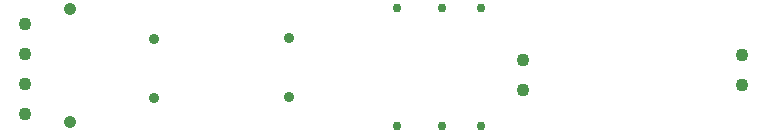
<source format=gbr>
%TF.GenerationSoftware,Altium Limited,Altium Designer,25.0.2 (28)*%
G04 Layer_Color=0*
%FSLAX45Y45*%
%MOMM*%
%TF.SameCoordinates,A0A746A1-3CD2-44F8-AC9A-FD4DD348DB9E*%
%TF.FilePolarity,Positive*%
%TF.FileFunction,Plated,1,2,PTH,Drill*%
%TF.Part,Single*%
G01*
G75*
%TA.AperFunction,ComponentDrill*%
%ADD35C,0.90000*%
%ADD36C,1.10000*%
%ADD37C,0.75000*%
%ADD38C,1.05000*%
D35*
X8445500Y7213600D02*
D03*
Y7713599D02*
D03*
X7302500Y7704902D02*
D03*
Y7204898D02*
D03*
D36*
X10426700Y7273000D02*
D03*
Y7527000D02*
D03*
X12280900Y7315200D02*
D03*
Y7569200D02*
D03*
X6210300Y7581900D02*
D03*
Y7835900D02*
D03*
Y7327900D02*
D03*
Y7073900D02*
D03*
D37*
X10071100Y7967598D02*
D03*
Y6967600D02*
D03*
X9359900Y6967601D02*
D03*
Y7967599D02*
D03*
X9740900D02*
D03*
Y6967601D02*
D03*
D38*
X6591300Y7957302D02*
D03*
Y7003298D02*
D03*
%TF.MD5,0588cb3d7522499161ac2588db9feea5*%
M02*

</source>
